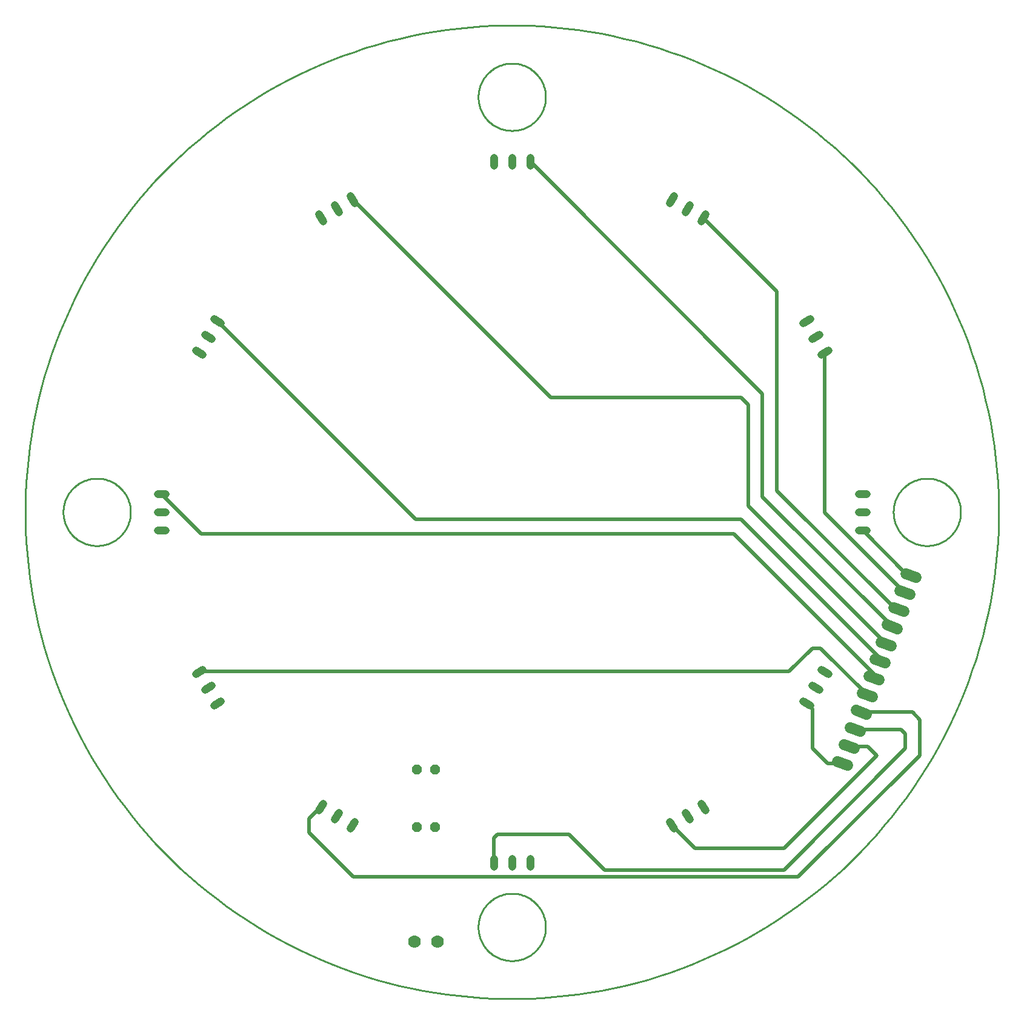
<source format=gtl>
G04 EAGLE Gerber RS-274X export*
G75*
%MOMM*%
%FSLAX34Y34*%
%LPD*%
%INTop Copper*%
%IPPOS*%
%AMOC8*
5,1,8,0,0,1.08239X$1,22.5*%
G01*
%ADD10P,1.429621X8X22.500000*%
%ADD11C,1.524000*%
%ADD12C,1.108000*%
%ADD13C,1.778000*%
%ADD14C,0.508000*%
%ADD15C,0.254000*%


D10*
X-132700Y-440000D03*
X-107300Y-440000D03*
X-132700Y-360000D03*
X-107300Y-360000D03*
D11*
X550620Y-86119D02*
X564941Y-91331D01*
X556253Y-115199D02*
X541932Y-109987D01*
X533245Y-133855D02*
X547566Y-139068D01*
X538879Y-162936D02*
X524558Y-157723D01*
X515871Y-181592D02*
X530191Y-186804D01*
X521504Y-210672D02*
X507183Y-205460D01*
X498496Y-229328D02*
X512817Y-234540D01*
X504129Y-258408D02*
X489809Y-253196D01*
X481121Y-277064D02*
X495442Y-282277D01*
X486755Y-306145D02*
X472434Y-300932D01*
X463747Y-324801D02*
X478068Y-330013D01*
X469380Y-353881D02*
X455059Y-348669D01*
D12*
X484460Y25400D02*
X495540Y25400D01*
X495540Y0D02*
X484460Y0D01*
X484460Y-25400D02*
X495540Y-25400D01*
X406854Y264227D02*
X416450Y269767D01*
X429150Y247770D02*
X419554Y242230D01*
X432254Y220233D02*
X441850Y225773D01*
X220233Y432254D02*
X225773Y441850D01*
X247770Y429150D02*
X242230Y419554D01*
X264227Y406854D02*
X269767Y416450D01*
X-25400Y484460D02*
X-25400Y495540D01*
X0Y495540D02*
X0Y484460D01*
X25400Y484460D02*
X25400Y495540D01*
X-264227Y406854D02*
X-269767Y416450D01*
X-247770Y429150D02*
X-242230Y419554D01*
X-220233Y432254D02*
X-225773Y441850D01*
X-432254Y220233D02*
X-441850Y225773D01*
X-429150Y247770D02*
X-419554Y242230D01*
X-406854Y264227D02*
X-416450Y269767D01*
X-484460Y-25400D02*
X-495540Y-25400D01*
X-495540Y0D02*
X-484460Y0D01*
X-484460Y25400D02*
X-495540Y25400D01*
X-406854Y-264227D02*
X-416450Y-269767D01*
X-429150Y-247770D02*
X-419554Y-242230D01*
X-432254Y-220233D02*
X-441850Y-225773D01*
X-220233Y-432254D02*
X-225773Y-441850D01*
X-247770Y-429150D02*
X-242230Y-419554D01*
X-264227Y-406854D02*
X-269767Y-416450D01*
X25400Y-484460D02*
X25400Y-495540D01*
X0Y-495540D02*
X0Y-484460D01*
X-25400Y-484460D02*
X-25400Y-495540D01*
X264227Y-406854D02*
X269767Y-416450D01*
X247770Y-429150D02*
X242230Y-419554D01*
X220233Y-432254D02*
X225773Y-441850D01*
X432254Y-220233D02*
X441850Y-225773D01*
X429150Y-247770D02*
X419554Y-242230D01*
X406854Y-264227D02*
X416450Y-269767D01*
D13*
X-104000Y-600000D03*
X-136000Y-600000D03*
D14*
X490000Y-25400D02*
X553325Y-88725D01*
X557780Y-88725D01*
X437052Y-552D02*
X437052Y223003D01*
X437052Y-552D02*
X549093Y-112593D01*
X370000Y308649D02*
X266997Y411652D01*
X536461Y-136461D02*
X540406Y-136461D01*
X370000Y30000D02*
X370000Y308649D01*
X370000Y30000D02*
X536461Y-136461D01*
X350000Y165400D02*
X25400Y490000D01*
X350000Y21389D02*
X531718Y-160330D01*
X350000Y21389D02*
X350000Y165400D01*
X54049Y160000D02*
X-223003Y437052D01*
X54049Y160000D02*
X320000Y160000D01*
X330000Y150000D01*
X330000Y8833D02*
X523031Y-184198D01*
X330000Y8833D02*
X330000Y150000D01*
X-134655Y-10000D02*
X-411652Y266997D01*
X-134655Y-10000D02*
X320000Y-10000D01*
X514344Y-204344D01*
X514344Y-208066D01*
X-434600Y-30000D02*
X-490000Y25400D01*
X-434600Y-30000D02*
X310000Y-30000D01*
X505656Y-225656D01*
X505656Y-231934D01*
X386997Y-223003D02*
X-437052Y-223003D01*
X386997Y-223003D02*
X420000Y-190000D01*
X431167Y-190000D01*
X496969Y-255802D01*
X-221495Y-510000D02*
X-283420Y-448075D01*
X-221495Y-510000D02*
X400000Y-510000D01*
X570000Y-340000D01*
X570000Y-290000D01*
X559670Y-279670D01*
X488282Y-279670D01*
X-266997Y-411652D02*
X-283420Y-428075D01*
X-283420Y-448075D01*
X-25400Y-455400D02*
X-25400Y-490000D01*
X-25400Y-455400D02*
X-20000Y-450000D01*
X80000Y-450000D01*
X130000Y-500000D02*
X380000Y-500000D01*
X550000Y-330000D01*
X550000Y-310000D01*
X543539Y-303539D01*
X479594Y-303539D01*
X130000Y-500000D02*
X80000Y-450000D01*
X223003Y-437052D02*
X255951Y-470000D01*
X380000Y-470000D01*
X510000Y-340000D01*
X497407Y-327407D01*
X470907Y-327407D01*
X420000Y-275345D02*
X411652Y-266997D01*
X420000Y-275345D02*
X420000Y-330000D01*
X441275Y-351275D01*
X462220Y-351275D01*
D15*
X680000Y-8345D02*
X680000Y8345D01*
X679590Y25031D01*
X678771Y41701D01*
X677544Y58347D01*
X675908Y74957D01*
X673865Y91522D01*
X671416Y108032D01*
X668562Y124477D01*
X665306Y140846D01*
X661649Y157131D01*
X657594Y173322D01*
X653142Y189408D01*
X648297Y205380D01*
X643061Y221228D01*
X637439Y236943D01*
X631432Y252515D01*
X625044Y267935D01*
X618281Y283193D01*
X611145Y298282D01*
X603640Y313190D01*
X595773Y327910D01*
X587546Y342432D01*
X578965Y356748D01*
X570036Y370849D01*
X560763Y384727D01*
X551152Y398373D01*
X541210Y411779D01*
X530941Y424936D01*
X520353Y437838D01*
X509451Y450477D01*
X498242Y462844D01*
X486734Y474932D01*
X474932Y486734D01*
X462844Y498242D01*
X450477Y509451D01*
X437838Y520353D01*
X424936Y530941D01*
X411779Y541210D01*
X398373Y551152D01*
X384727Y560763D01*
X370849Y570036D01*
X356748Y578965D01*
X342432Y587546D01*
X327910Y595773D01*
X313190Y603640D01*
X298282Y611145D01*
X283193Y618281D01*
X267935Y625044D01*
X252515Y631432D01*
X236943Y637439D01*
X221228Y643061D01*
X205380Y648297D01*
X189408Y653142D01*
X173322Y657594D01*
X157131Y661649D01*
X140846Y665306D01*
X124477Y668562D01*
X108032Y671416D01*
X91522Y673865D01*
X74957Y675908D01*
X58347Y677544D01*
X41701Y678771D01*
X25031Y679590D01*
X8345Y680000D01*
X-8345Y680000D01*
X-25031Y679590D01*
X-41701Y678771D01*
X-58347Y677544D01*
X-74957Y675908D01*
X-91522Y673865D01*
X-108032Y671416D01*
X-124477Y668562D01*
X-140846Y665306D01*
X-157131Y661649D01*
X-173322Y657594D01*
X-189408Y653142D01*
X-205380Y648297D01*
X-221228Y643061D01*
X-236943Y637439D01*
X-252515Y631432D01*
X-267935Y625044D01*
X-283193Y618281D01*
X-298282Y611145D01*
X-313190Y603640D01*
X-327910Y595773D01*
X-342432Y587546D01*
X-356748Y578965D01*
X-370849Y570036D01*
X-384727Y560763D01*
X-398373Y551152D01*
X-411779Y541210D01*
X-424936Y530941D01*
X-437838Y520353D01*
X-450477Y509451D01*
X-462844Y498242D01*
X-474932Y486734D01*
X-486734Y474932D01*
X-498242Y462844D01*
X-509451Y450477D01*
X-520353Y437838D01*
X-530941Y424936D01*
X-541210Y411779D01*
X-551152Y398373D01*
X-560763Y384727D01*
X-570036Y370849D01*
X-578965Y356748D01*
X-587546Y342432D01*
X-595773Y327910D01*
X-603640Y313190D01*
X-611145Y298282D01*
X-618281Y283193D01*
X-625044Y267935D01*
X-631432Y252515D01*
X-637439Y236943D01*
X-643061Y221228D01*
X-648297Y205380D01*
X-653142Y189408D01*
X-657594Y173322D01*
X-661649Y157131D01*
X-665306Y140846D01*
X-668562Y124477D01*
X-671416Y108032D01*
X-673865Y91522D01*
X-675908Y74957D01*
X-677544Y58347D01*
X-678771Y41701D01*
X-679590Y25031D01*
X-680000Y8345D01*
X-680000Y-8345D01*
X-679590Y-25031D01*
X-678771Y-41701D01*
X-677544Y-58347D01*
X-675908Y-74957D01*
X-673865Y-91522D01*
X-671416Y-108032D01*
X-668562Y-124477D01*
X-665306Y-140846D01*
X-661649Y-157131D01*
X-657594Y-173322D01*
X-653142Y-189408D01*
X-648297Y-205380D01*
X-643061Y-221228D01*
X-637439Y-236943D01*
X-631432Y-252515D01*
X-625044Y-267935D01*
X-618281Y-283193D01*
X-611145Y-298282D01*
X-603640Y-313190D01*
X-595773Y-327910D01*
X-587546Y-342432D01*
X-578965Y-356748D01*
X-570036Y-370849D01*
X-560763Y-384727D01*
X-551152Y-398373D01*
X-541210Y-411779D01*
X-530941Y-424936D01*
X-520353Y-437838D01*
X-509451Y-450477D01*
X-498242Y-462844D01*
X-486734Y-474932D01*
X-474932Y-486734D01*
X-462844Y-498242D01*
X-450477Y-509451D01*
X-437838Y-520353D01*
X-424936Y-530941D01*
X-411779Y-541210D01*
X-398373Y-551152D01*
X-384727Y-560763D01*
X-370849Y-570036D01*
X-356748Y-578965D01*
X-342432Y-587546D01*
X-327910Y-595773D01*
X-313190Y-603640D01*
X-298282Y-611145D01*
X-283193Y-618281D01*
X-267935Y-625044D01*
X-252515Y-631432D01*
X-236943Y-637439D01*
X-221228Y-643061D01*
X-205380Y-648297D01*
X-189408Y-653142D01*
X-173322Y-657594D01*
X-157131Y-661649D01*
X-140846Y-665306D01*
X-124477Y-668562D01*
X-108032Y-671416D01*
X-91522Y-673865D01*
X-74957Y-675908D01*
X-58347Y-677544D01*
X-41701Y-678771D01*
X-25031Y-679590D01*
X-8345Y-680000D01*
X8345Y-680000D01*
X25031Y-679590D01*
X41701Y-678771D01*
X58347Y-677544D01*
X74957Y-675908D01*
X91522Y-673865D01*
X108032Y-671416D01*
X124477Y-668562D01*
X140846Y-665306D01*
X157131Y-661649D01*
X173322Y-657594D01*
X189408Y-653142D01*
X205380Y-648297D01*
X221228Y-643061D01*
X236943Y-637439D01*
X252515Y-631432D01*
X267935Y-625044D01*
X283193Y-618281D01*
X298282Y-611145D01*
X313190Y-603640D01*
X327910Y-595773D01*
X342432Y-587546D01*
X356748Y-578965D01*
X370849Y-570036D01*
X384727Y-560763D01*
X398373Y-551152D01*
X411779Y-541210D01*
X424936Y-530941D01*
X437838Y-520353D01*
X450477Y-509451D01*
X462844Y-498242D01*
X474932Y-486734D01*
X486734Y-474932D01*
X498242Y-462844D01*
X509451Y-450477D01*
X520353Y-437838D01*
X530941Y-424936D01*
X541210Y-411779D01*
X551152Y-398373D01*
X560763Y-384727D01*
X570036Y-370849D01*
X578965Y-356748D01*
X587546Y-342432D01*
X595773Y-327910D01*
X603640Y-313190D01*
X611145Y-298282D01*
X618281Y-283193D01*
X625044Y-267935D01*
X631432Y-252515D01*
X637439Y-236943D01*
X643061Y-221228D01*
X648297Y-205380D01*
X653142Y-189408D01*
X657594Y-173322D01*
X661649Y-157131D01*
X665306Y-140846D01*
X668562Y-124477D01*
X671416Y-108032D01*
X673865Y-91522D01*
X675908Y-74957D01*
X677544Y-58347D01*
X678771Y-41701D01*
X679590Y-25031D01*
X680000Y-8345D01*
X627000Y-923D02*
X627000Y923D01*
X626928Y2767D01*
X626783Y4608D01*
X626566Y6441D01*
X626277Y8264D01*
X625917Y10074D01*
X625486Y11869D01*
X624985Y13646D01*
X624414Y15402D01*
X623776Y17133D01*
X623069Y18839D01*
X622296Y20515D01*
X621458Y22160D01*
X620556Y23770D01*
X619592Y25344D01*
X618566Y26879D01*
X617481Y28373D01*
X616339Y29822D01*
X615140Y31226D01*
X613887Y32581D01*
X612581Y33887D01*
X611226Y35140D01*
X609822Y36339D01*
X608373Y37481D01*
X606879Y38566D01*
X605344Y39592D01*
X603770Y40556D01*
X602160Y41458D01*
X600515Y42296D01*
X598839Y43069D01*
X597133Y43776D01*
X595402Y44414D01*
X593646Y44985D01*
X591869Y45486D01*
X590074Y45917D01*
X588264Y46277D01*
X586441Y46566D01*
X584608Y46783D01*
X582767Y46928D01*
X580923Y47000D01*
X579077Y47000D01*
X577233Y46928D01*
X575392Y46783D01*
X573559Y46566D01*
X571736Y46277D01*
X569926Y45917D01*
X568131Y45486D01*
X566354Y44985D01*
X564598Y44414D01*
X562867Y43776D01*
X561161Y43069D01*
X559485Y42296D01*
X557840Y41458D01*
X556230Y40556D01*
X554656Y39592D01*
X553121Y38566D01*
X551627Y37481D01*
X550178Y36339D01*
X548774Y35140D01*
X547419Y33887D01*
X546113Y32581D01*
X544860Y31226D01*
X543662Y29822D01*
X542519Y28373D01*
X541434Y26879D01*
X540408Y25344D01*
X539444Y23770D01*
X538542Y22160D01*
X537704Y20515D01*
X536931Y18839D01*
X536224Y17133D01*
X535586Y15402D01*
X535015Y13646D01*
X534514Y11869D01*
X534083Y10074D01*
X533723Y8264D01*
X533434Y6441D01*
X533217Y4608D01*
X533072Y2767D01*
X533000Y923D01*
X533000Y-923D01*
X533072Y-2767D01*
X533217Y-4608D01*
X533434Y-6441D01*
X533723Y-8264D01*
X534083Y-10074D01*
X534514Y-11869D01*
X535015Y-13646D01*
X535586Y-15402D01*
X536224Y-17133D01*
X536931Y-18839D01*
X537704Y-20515D01*
X538542Y-22160D01*
X539444Y-23770D01*
X540408Y-25344D01*
X541434Y-26879D01*
X542519Y-28373D01*
X543662Y-29822D01*
X544860Y-31226D01*
X546113Y-32581D01*
X547419Y-33887D01*
X548774Y-35140D01*
X550178Y-36339D01*
X551627Y-37481D01*
X553121Y-38566D01*
X554656Y-39592D01*
X556230Y-40556D01*
X557840Y-41458D01*
X559485Y-42296D01*
X561161Y-43069D01*
X562867Y-43776D01*
X564598Y-44414D01*
X566354Y-44985D01*
X568131Y-45486D01*
X569926Y-45917D01*
X571736Y-46277D01*
X573559Y-46566D01*
X575392Y-46783D01*
X577233Y-46928D01*
X579077Y-47000D01*
X580923Y-47000D01*
X582767Y-46928D01*
X584608Y-46783D01*
X586441Y-46566D01*
X588264Y-46277D01*
X590074Y-45917D01*
X591869Y-45486D01*
X593646Y-44985D01*
X595402Y-44414D01*
X597133Y-43776D01*
X598839Y-43069D01*
X600515Y-42296D01*
X602160Y-41458D01*
X603770Y-40556D01*
X605344Y-39592D01*
X606879Y-38566D01*
X608373Y-37481D01*
X609822Y-36339D01*
X611226Y-35140D01*
X612581Y-33887D01*
X613887Y-32581D01*
X615140Y-31226D01*
X616339Y-29822D01*
X617481Y-28373D01*
X618566Y-26879D01*
X619592Y-25344D01*
X620556Y-23770D01*
X621458Y-22160D01*
X622296Y-20515D01*
X623069Y-18839D01*
X623776Y-17133D01*
X624414Y-15402D01*
X624985Y-13646D01*
X625486Y-11869D01*
X625917Y-10074D01*
X626277Y-8264D01*
X626566Y-6441D01*
X626783Y-4608D01*
X626928Y-2767D01*
X627000Y-923D01*
X47000Y579077D02*
X47000Y580923D01*
X46928Y582767D01*
X46783Y584608D01*
X46566Y586441D01*
X46277Y588264D01*
X45917Y590074D01*
X45486Y591869D01*
X44985Y593646D01*
X44414Y595402D01*
X43776Y597133D01*
X43069Y598839D01*
X42296Y600515D01*
X41458Y602160D01*
X40556Y603770D01*
X39592Y605344D01*
X38566Y606879D01*
X37481Y608373D01*
X36339Y609822D01*
X35140Y611226D01*
X33887Y612581D01*
X32581Y613887D01*
X31226Y615140D01*
X29822Y616339D01*
X28373Y617481D01*
X26879Y618566D01*
X25344Y619592D01*
X23770Y620556D01*
X22160Y621458D01*
X20515Y622296D01*
X18839Y623069D01*
X17133Y623776D01*
X15402Y624414D01*
X13646Y624985D01*
X11869Y625486D01*
X10074Y625917D01*
X8264Y626277D01*
X6441Y626566D01*
X4608Y626783D01*
X2767Y626928D01*
X923Y627000D01*
X-923Y627000D01*
X-2767Y626928D01*
X-4608Y626783D01*
X-6441Y626566D01*
X-8264Y626277D01*
X-10074Y625917D01*
X-11869Y625486D01*
X-13646Y624985D01*
X-15402Y624414D01*
X-17133Y623776D01*
X-18839Y623069D01*
X-20515Y622296D01*
X-22160Y621458D01*
X-23770Y620556D01*
X-25344Y619592D01*
X-26879Y618566D01*
X-28373Y617481D01*
X-29822Y616339D01*
X-31226Y615140D01*
X-32581Y613887D01*
X-33887Y612581D01*
X-35140Y611226D01*
X-36339Y609822D01*
X-37481Y608373D01*
X-38566Y606879D01*
X-39592Y605344D01*
X-40556Y603770D01*
X-41458Y602160D01*
X-42296Y600515D01*
X-43069Y598839D01*
X-43776Y597133D01*
X-44414Y595402D01*
X-44985Y593646D01*
X-45486Y591869D01*
X-45917Y590074D01*
X-46277Y588264D01*
X-46566Y586441D01*
X-46783Y584608D01*
X-46928Y582767D01*
X-47000Y580923D01*
X-47000Y579077D01*
X-46928Y577233D01*
X-46783Y575392D01*
X-46566Y573559D01*
X-46277Y571736D01*
X-45917Y569926D01*
X-45486Y568131D01*
X-44985Y566354D01*
X-44414Y564598D01*
X-43776Y562867D01*
X-43069Y561161D01*
X-42296Y559485D01*
X-41458Y557840D01*
X-40556Y556230D01*
X-39592Y554656D01*
X-38566Y553121D01*
X-37481Y551627D01*
X-36339Y550178D01*
X-35140Y548774D01*
X-33887Y547419D01*
X-32581Y546113D01*
X-31226Y544860D01*
X-29822Y543662D01*
X-28373Y542519D01*
X-26879Y541434D01*
X-25344Y540408D01*
X-23770Y539444D01*
X-22160Y538542D01*
X-20515Y537704D01*
X-18839Y536931D01*
X-17133Y536224D01*
X-15402Y535586D01*
X-13646Y535015D01*
X-11869Y534514D01*
X-10074Y534083D01*
X-8264Y533723D01*
X-6441Y533434D01*
X-4608Y533217D01*
X-2767Y533072D01*
X-923Y533000D01*
X923Y533000D01*
X2767Y533072D01*
X4608Y533217D01*
X6441Y533434D01*
X8264Y533723D01*
X10074Y534083D01*
X11869Y534514D01*
X13646Y535015D01*
X15402Y535586D01*
X17133Y536224D01*
X18839Y536931D01*
X20515Y537704D01*
X22160Y538542D01*
X23770Y539444D01*
X25344Y540408D01*
X26879Y541434D01*
X28373Y542519D01*
X29822Y543662D01*
X31226Y544860D01*
X32581Y546113D01*
X33887Y547419D01*
X35140Y548774D01*
X36339Y550178D01*
X37481Y551627D01*
X38566Y553121D01*
X39592Y554656D01*
X40556Y556230D01*
X41458Y557840D01*
X42296Y559485D01*
X43069Y561161D01*
X43776Y562867D01*
X44414Y564598D01*
X44985Y566354D01*
X45486Y568131D01*
X45917Y569926D01*
X46277Y571736D01*
X46566Y573559D01*
X46783Y575392D01*
X46928Y577233D01*
X47000Y579077D01*
X-533000Y-923D02*
X-533000Y923D01*
X-533072Y2767D01*
X-533217Y4608D01*
X-533434Y6441D01*
X-533723Y8264D01*
X-534083Y10074D01*
X-534514Y11869D01*
X-535015Y13646D01*
X-535586Y15402D01*
X-536224Y17133D01*
X-536931Y18839D01*
X-537704Y20515D01*
X-538542Y22160D01*
X-539444Y23770D01*
X-540408Y25344D01*
X-541434Y26879D01*
X-542519Y28373D01*
X-543662Y29822D01*
X-544860Y31226D01*
X-546113Y32581D01*
X-547419Y33887D01*
X-548774Y35140D01*
X-550178Y36339D01*
X-551627Y37481D01*
X-553121Y38566D01*
X-554656Y39592D01*
X-556230Y40556D01*
X-557840Y41458D01*
X-559485Y42296D01*
X-561161Y43069D01*
X-562867Y43776D01*
X-564598Y44414D01*
X-566354Y44985D01*
X-568131Y45486D01*
X-569926Y45917D01*
X-571736Y46277D01*
X-573559Y46566D01*
X-575392Y46783D01*
X-577233Y46928D01*
X-579077Y47000D01*
X-580923Y47000D01*
X-582767Y46928D01*
X-584608Y46783D01*
X-586441Y46566D01*
X-588264Y46277D01*
X-590074Y45917D01*
X-591869Y45486D01*
X-593646Y44985D01*
X-595402Y44414D01*
X-597133Y43776D01*
X-598839Y43069D01*
X-600515Y42296D01*
X-602160Y41458D01*
X-603770Y40556D01*
X-605344Y39592D01*
X-606879Y38566D01*
X-608373Y37481D01*
X-609822Y36339D01*
X-611226Y35140D01*
X-612581Y33887D01*
X-613887Y32581D01*
X-615140Y31226D01*
X-616339Y29822D01*
X-617481Y28373D01*
X-618566Y26879D01*
X-619592Y25344D01*
X-620556Y23770D01*
X-621458Y22160D01*
X-622296Y20515D01*
X-623069Y18839D01*
X-623776Y17133D01*
X-624414Y15402D01*
X-624985Y13646D01*
X-625486Y11869D01*
X-625917Y10074D01*
X-626277Y8264D01*
X-626566Y6441D01*
X-626783Y4608D01*
X-626928Y2767D01*
X-627000Y923D01*
X-627000Y-923D01*
X-626928Y-2767D01*
X-626783Y-4608D01*
X-626566Y-6441D01*
X-626277Y-8264D01*
X-625917Y-10074D01*
X-625486Y-11869D01*
X-624985Y-13646D01*
X-624414Y-15402D01*
X-623776Y-17133D01*
X-623069Y-18839D01*
X-622296Y-20515D01*
X-621458Y-22160D01*
X-620556Y-23770D01*
X-619592Y-25344D01*
X-618566Y-26879D01*
X-617481Y-28373D01*
X-616339Y-29822D01*
X-615140Y-31226D01*
X-613887Y-32581D01*
X-612581Y-33887D01*
X-611226Y-35140D01*
X-609822Y-36339D01*
X-608373Y-37481D01*
X-606879Y-38566D01*
X-605344Y-39592D01*
X-603770Y-40556D01*
X-602160Y-41458D01*
X-600515Y-42296D01*
X-598839Y-43069D01*
X-597133Y-43776D01*
X-595402Y-44414D01*
X-593646Y-44985D01*
X-591869Y-45486D01*
X-590074Y-45917D01*
X-588264Y-46277D01*
X-586441Y-46566D01*
X-584608Y-46783D01*
X-582767Y-46928D01*
X-580923Y-47000D01*
X-579077Y-47000D01*
X-577233Y-46928D01*
X-575392Y-46783D01*
X-573559Y-46566D01*
X-571736Y-46277D01*
X-569926Y-45917D01*
X-568131Y-45486D01*
X-566354Y-44985D01*
X-564598Y-44414D01*
X-562867Y-43776D01*
X-561161Y-43069D01*
X-559485Y-42296D01*
X-557840Y-41458D01*
X-556230Y-40556D01*
X-554656Y-39592D01*
X-553121Y-38566D01*
X-551627Y-37481D01*
X-550178Y-36339D01*
X-548774Y-35140D01*
X-547419Y-33887D01*
X-546113Y-32581D01*
X-544860Y-31226D01*
X-543662Y-29822D01*
X-542519Y-28373D01*
X-541434Y-26879D01*
X-540408Y-25344D01*
X-539444Y-23770D01*
X-538542Y-22160D01*
X-537704Y-20515D01*
X-536931Y-18839D01*
X-536224Y-17133D01*
X-535586Y-15402D01*
X-535015Y-13646D01*
X-534514Y-11869D01*
X-534083Y-10074D01*
X-533723Y-8264D01*
X-533434Y-6441D01*
X-533217Y-4608D01*
X-533072Y-2767D01*
X-533000Y-923D01*
X47000Y-580923D02*
X47000Y-579077D01*
X46928Y-577233D01*
X46783Y-575392D01*
X46566Y-573559D01*
X46277Y-571736D01*
X45917Y-569926D01*
X45486Y-568131D01*
X44985Y-566354D01*
X44414Y-564598D01*
X43776Y-562867D01*
X43069Y-561161D01*
X42296Y-559485D01*
X41458Y-557840D01*
X40556Y-556230D01*
X39592Y-554656D01*
X38566Y-553121D01*
X37481Y-551627D01*
X36339Y-550178D01*
X35140Y-548774D01*
X33887Y-547419D01*
X32581Y-546113D01*
X31226Y-544860D01*
X29822Y-543662D01*
X28373Y-542519D01*
X26879Y-541434D01*
X25344Y-540408D01*
X23770Y-539444D01*
X22160Y-538542D01*
X20515Y-537704D01*
X18839Y-536931D01*
X17133Y-536224D01*
X15402Y-535586D01*
X13646Y-535015D01*
X11869Y-534514D01*
X10074Y-534083D01*
X8264Y-533723D01*
X6441Y-533434D01*
X4608Y-533217D01*
X2767Y-533072D01*
X923Y-533000D01*
X-923Y-533000D01*
X-2767Y-533072D01*
X-4608Y-533217D01*
X-6441Y-533434D01*
X-8264Y-533723D01*
X-10074Y-534083D01*
X-11869Y-534514D01*
X-13646Y-535015D01*
X-15402Y-535586D01*
X-17133Y-536224D01*
X-18839Y-536931D01*
X-20515Y-537704D01*
X-22160Y-538542D01*
X-23770Y-539444D01*
X-25344Y-540408D01*
X-26879Y-541434D01*
X-28373Y-542519D01*
X-29822Y-543662D01*
X-31226Y-544860D01*
X-32581Y-546113D01*
X-33887Y-547419D01*
X-35140Y-548774D01*
X-36339Y-550178D01*
X-37481Y-551627D01*
X-38566Y-553121D01*
X-39592Y-554656D01*
X-40556Y-556230D01*
X-41458Y-557840D01*
X-42296Y-559485D01*
X-43069Y-561161D01*
X-43776Y-562867D01*
X-44414Y-564598D01*
X-44985Y-566354D01*
X-45486Y-568131D01*
X-45917Y-569926D01*
X-46277Y-571736D01*
X-46566Y-573559D01*
X-46783Y-575392D01*
X-46928Y-577233D01*
X-47000Y-579077D01*
X-47000Y-580923D01*
X-46928Y-582767D01*
X-46783Y-584608D01*
X-46566Y-586441D01*
X-46277Y-588264D01*
X-45917Y-590074D01*
X-45486Y-591869D01*
X-44985Y-593646D01*
X-44414Y-595402D01*
X-43776Y-597133D01*
X-43069Y-598839D01*
X-42296Y-600515D01*
X-41458Y-602160D01*
X-40556Y-603770D01*
X-39592Y-605344D01*
X-38566Y-606879D01*
X-37481Y-608373D01*
X-36339Y-609822D01*
X-35140Y-611226D01*
X-33887Y-612581D01*
X-32581Y-613887D01*
X-31226Y-615140D01*
X-29822Y-616339D01*
X-28373Y-617481D01*
X-26879Y-618566D01*
X-25344Y-619592D01*
X-23770Y-620556D01*
X-22160Y-621458D01*
X-20515Y-622296D01*
X-18839Y-623069D01*
X-17133Y-623776D01*
X-15402Y-624414D01*
X-13646Y-624985D01*
X-11869Y-625486D01*
X-10074Y-625917D01*
X-8264Y-626277D01*
X-6441Y-626566D01*
X-4608Y-626783D01*
X-2767Y-626928D01*
X-923Y-627000D01*
X923Y-627000D01*
X2767Y-626928D01*
X4608Y-626783D01*
X6441Y-626566D01*
X8264Y-626277D01*
X10074Y-625917D01*
X11869Y-625486D01*
X13646Y-624985D01*
X15402Y-624414D01*
X17133Y-623776D01*
X18839Y-623069D01*
X20515Y-622296D01*
X22160Y-621458D01*
X23770Y-620556D01*
X25344Y-619592D01*
X26879Y-618566D01*
X28373Y-617481D01*
X29822Y-616339D01*
X31226Y-615140D01*
X32581Y-613887D01*
X33887Y-612581D01*
X35140Y-611226D01*
X36339Y-609822D01*
X37481Y-608373D01*
X38566Y-606879D01*
X39592Y-605344D01*
X40556Y-603770D01*
X41458Y-602160D01*
X42296Y-600515D01*
X43069Y-598839D01*
X43776Y-597133D01*
X44414Y-595402D01*
X44985Y-593646D01*
X45486Y-591869D01*
X45917Y-590074D01*
X46277Y-588264D01*
X46566Y-586441D01*
X46783Y-584608D01*
X46928Y-582767D01*
X47000Y-580923D01*
M02*

</source>
